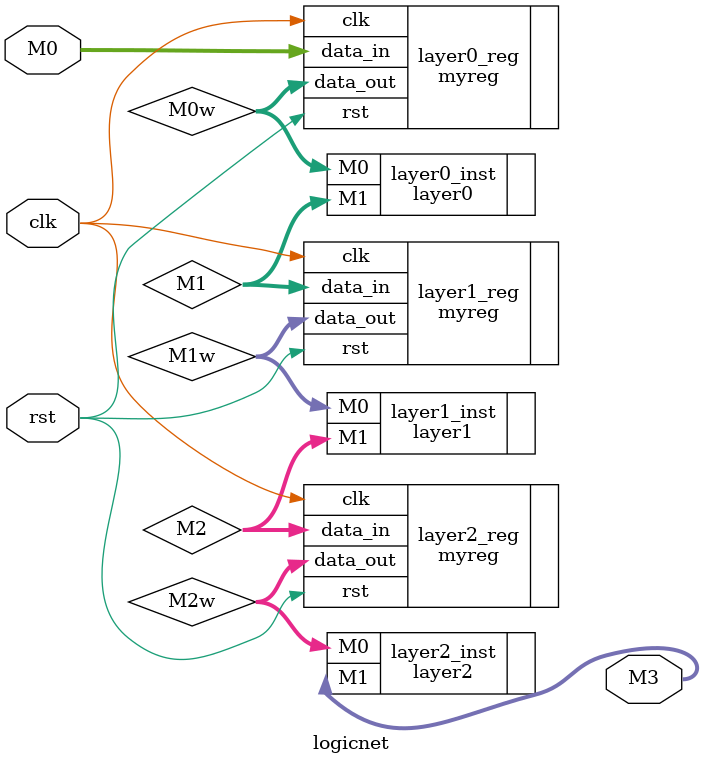
<source format=v>
module logicnet (input [511:0] M0, input clk, input rst, output[1:0] M3);
wire [511:0] M0w;
myreg #(.DataWidth(512)) layer0_reg (.data_in(M0), .clk(clk), .rst(rst), .data_out(M0w));
wire [255:0] M1;
layer0 layer0_inst (.M0(M0w), .M1(M1));
wire [255:0] M1w;
myreg #(.DataWidth(256)) layer1_reg (.data_in(M1), .clk(clk), .rst(rst), .data_out(M1w));
wire [63:0] M2;
layer1 layer1_inst (.M0(M1w), .M1(M2));
wire [63:0] M2w;
myreg #(.DataWidth(64)) layer2_reg (.data_in(M2), .clk(clk), .rst(rst), .data_out(M2w));
layer2 layer2_inst (.M0(M2w), .M1(M3));

endmodule

</source>
